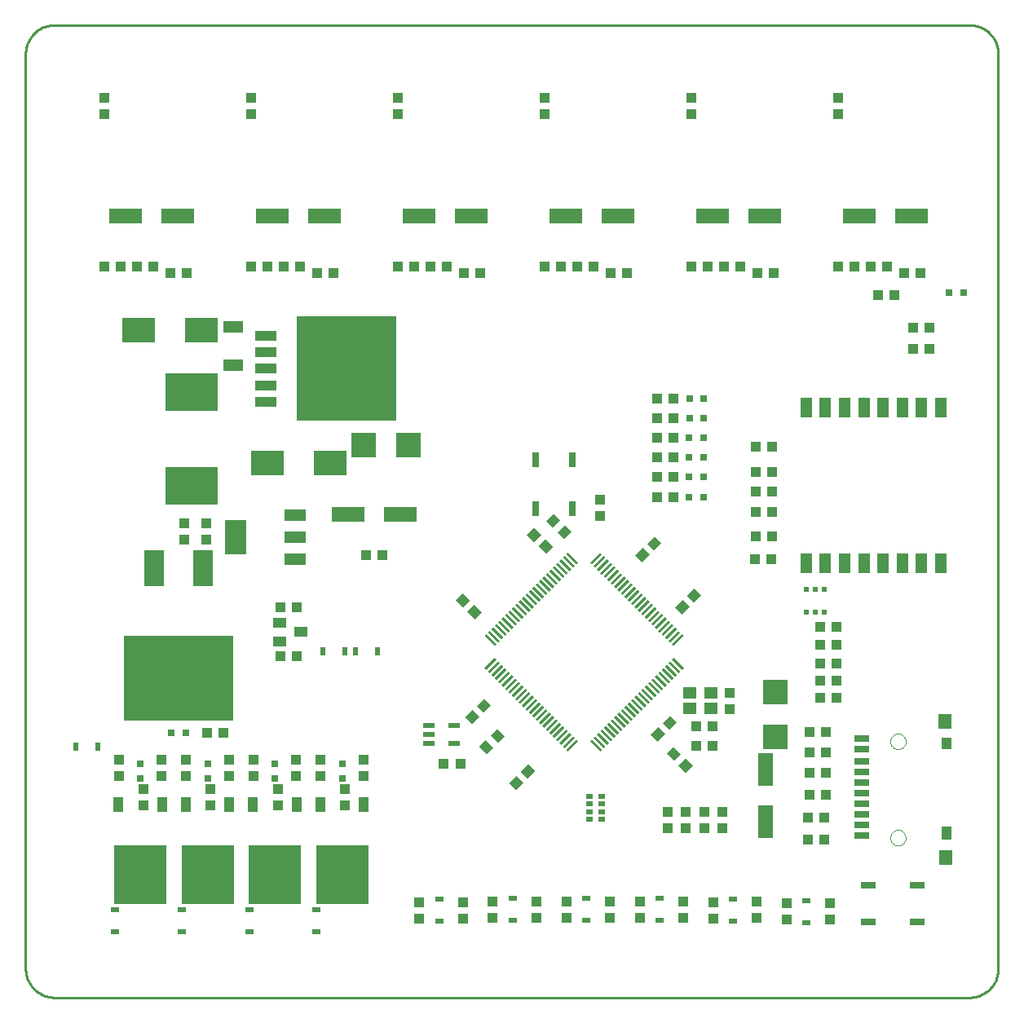
<source format=gtp>
G75*
G70*
%OFA0B0*%
%FSLAX24Y24*%
%IPPOS*%
%LPD*%
%AMOC8*
5,1,8,0,0,1.08239X$1,22.5*
%
%ADD10C,0.0100*%
%ADD11R,0.0106X0.0591*%
%ADD12R,0.0591X0.0106*%
%ADD13R,0.0551X0.0472*%
%ADD14R,0.0433X0.0394*%
%ADD15R,0.0394X0.0433*%
%ADD16R,0.0600X0.0300*%
%ADD17R,0.0315X0.0315*%
%ADD18R,0.0300X0.0600*%
%ADD19R,0.0197X0.0197*%
%ADD20R,0.0327X0.0248*%
%ADD21R,0.1000X0.1000*%
%ADD22R,0.4098X0.4252*%
%ADD23R,0.0850X0.0420*%
%ADD24R,0.2126X0.1575*%
%ADD25R,0.0827X0.0500*%
%ADD26R,0.0472X0.0787*%
%ADD27R,0.0531X0.0591*%
%ADD28R,0.0394X0.0551*%
%ADD29R,0.0394X0.0512*%
%ADD30R,0.0591X0.0295*%
%ADD31C,0.0000*%
%ADD32R,0.1378X0.0630*%
%ADD33R,0.0820X0.1500*%
%ADD34R,0.4500X0.3500*%
%ADD35R,0.2126X0.2441*%
%ADD36R,0.0394X0.0630*%
%ADD37R,0.0880X0.0480*%
%ADD38R,0.0866X0.1417*%
%ADD39R,0.0256X0.0197*%
%ADD40R,0.0551X0.0394*%
%ADD41R,0.0248X0.0327*%
%ADD42R,0.0472X0.0217*%
%ADD43R,0.0630X0.1378*%
%ADD44R,0.1378X0.0984*%
D10*
X002330Y001759D02*
X002330Y039160D01*
X002332Y039226D01*
X002337Y039292D01*
X002347Y039358D01*
X002360Y039423D01*
X002376Y039487D01*
X002396Y039550D01*
X002420Y039612D01*
X002447Y039672D01*
X002477Y039731D01*
X002511Y039788D01*
X002548Y039843D01*
X002588Y039896D01*
X002630Y039947D01*
X002676Y039995D01*
X002724Y040041D01*
X002775Y040083D01*
X002828Y040123D01*
X002883Y040160D01*
X002940Y040194D01*
X002999Y040224D01*
X003059Y040251D01*
X003121Y040275D01*
X003184Y040295D01*
X003248Y040311D01*
X003313Y040324D01*
X003379Y040334D01*
X003445Y040339D01*
X003511Y040341D01*
X040913Y040341D01*
X040979Y040339D01*
X041045Y040334D01*
X041111Y040324D01*
X041176Y040311D01*
X041240Y040295D01*
X041303Y040275D01*
X041365Y040251D01*
X041425Y040224D01*
X041484Y040194D01*
X041541Y040160D01*
X041596Y040123D01*
X041649Y040083D01*
X041700Y040041D01*
X041748Y039995D01*
X041794Y039947D01*
X041836Y039896D01*
X041876Y039843D01*
X041913Y039788D01*
X041947Y039731D01*
X041977Y039672D01*
X042004Y039612D01*
X042028Y039550D01*
X042048Y039487D01*
X042064Y039423D01*
X042077Y039358D01*
X042087Y039292D01*
X042092Y039226D01*
X042094Y039160D01*
X042094Y001759D01*
X042092Y001693D01*
X042087Y001627D01*
X042077Y001561D01*
X042064Y001496D01*
X042048Y001432D01*
X042028Y001369D01*
X042004Y001307D01*
X041977Y001247D01*
X041947Y001188D01*
X041913Y001131D01*
X041876Y001076D01*
X041836Y001023D01*
X041794Y000972D01*
X041748Y000924D01*
X041700Y000878D01*
X041649Y000836D01*
X041596Y000796D01*
X041541Y000759D01*
X041484Y000725D01*
X041425Y000695D01*
X041365Y000668D01*
X041303Y000644D01*
X041240Y000624D01*
X041176Y000608D01*
X041111Y000595D01*
X041045Y000585D01*
X040979Y000580D01*
X040913Y000578D01*
X003511Y000578D01*
X003445Y000580D01*
X003379Y000585D01*
X003313Y000595D01*
X003248Y000608D01*
X003184Y000624D01*
X003121Y000644D01*
X003059Y000668D01*
X002999Y000695D01*
X002940Y000725D01*
X002883Y000759D01*
X002828Y000796D01*
X002775Y000836D01*
X002724Y000878D01*
X002676Y000924D01*
X002630Y000972D01*
X002588Y001023D01*
X002548Y001076D01*
X002511Y001131D01*
X002477Y001188D01*
X002447Y001247D01*
X002420Y001307D01*
X002396Y001369D01*
X002376Y001432D01*
X002360Y001496D01*
X002347Y001561D01*
X002337Y001627D01*
X002332Y001693D01*
X002330Y001759D01*
D11*
G36*
X021583Y015023D02*
X021508Y014948D01*
X021091Y015365D01*
X021166Y015440D01*
X021583Y015023D01*
G37*
G36*
X021722Y015162D02*
X021647Y015087D01*
X021230Y015504D01*
X021305Y015579D01*
X021722Y015162D01*
G37*
G36*
X021861Y015301D02*
X021786Y015226D01*
X021369Y015643D01*
X021444Y015718D01*
X021861Y015301D01*
G37*
G36*
X022000Y015441D02*
X021925Y015366D01*
X021508Y015783D01*
X021583Y015858D01*
X022000Y015441D01*
G37*
G36*
X022140Y015580D02*
X022065Y015505D01*
X021648Y015922D01*
X021723Y015997D01*
X022140Y015580D01*
G37*
G36*
X022279Y015719D02*
X022204Y015644D01*
X021787Y016061D01*
X021862Y016136D01*
X022279Y015719D01*
G37*
G36*
X022418Y015858D02*
X022343Y015783D01*
X021926Y016200D01*
X022001Y016275D01*
X022418Y015858D01*
G37*
G36*
X022557Y015997D02*
X022482Y015922D01*
X022065Y016339D01*
X022140Y016414D01*
X022557Y015997D01*
G37*
G36*
X022696Y016137D02*
X022621Y016062D01*
X022204Y016479D01*
X022279Y016554D01*
X022696Y016137D01*
G37*
G36*
X022836Y016276D02*
X022761Y016201D01*
X022344Y016618D01*
X022419Y016693D01*
X022836Y016276D01*
G37*
G36*
X022975Y016415D02*
X022900Y016340D01*
X022483Y016757D01*
X022558Y016832D01*
X022975Y016415D01*
G37*
G36*
X023114Y016554D02*
X023039Y016479D01*
X022622Y016896D01*
X022697Y016971D01*
X023114Y016554D01*
G37*
G36*
X023253Y016693D02*
X023178Y016618D01*
X022761Y017035D01*
X022836Y017110D01*
X023253Y016693D01*
G37*
G36*
X023392Y016833D02*
X023317Y016758D01*
X022900Y017175D01*
X022975Y017250D01*
X023392Y016833D01*
G37*
G36*
X023532Y016972D02*
X023457Y016897D01*
X023040Y017314D01*
X023115Y017389D01*
X023532Y016972D01*
G37*
G36*
X023671Y017111D02*
X023596Y017036D01*
X023179Y017453D01*
X023254Y017528D01*
X023671Y017111D01*
G37*
G36*
X023810Y017250D02*
X023735Y017175D01*
X023318Y017592D01*
X023393Y017667D01*
X023810Y017250D01*
G37*
G36*
X023949Y017389D02*
X023874Y017314D01*
X023457Y017731D01*
X023532Y017806D01*
X023949Y017389D01*
G37*
G36*
X024088Y017529D02*
X024013Y017454D01*
X023596Y017871D01*
X023671Y017946D01*
X024088Y017529D01*
G37*
G36*
X024227Y017668D02*
X024152Y017593D01*
X023735Y018010D01*
X023810Y018085D01*
X024227Y017668D01*
G37*
G36*
X024367Y017807D02*
X024292Y017732D01*
X023875Y018149D01*
X023950Y018224D01*
X024367Y017807D01*
G37*
G36*
X024506Y017946D02*
X024431Y017871D01*
X024014Y018288D01*
X024089Y018363D01*
X024506Y017946D01*
G37*
G36*
X024645Y018085D02*
X024570Y018010D01*
X024153Y018427D01*
X024228Y018502D01*
X024645Y018085D01*
G37*
G36*
X024784Y018225D02*
X024709Y018150D01*
X024292Y018567D01*
X024367Y018642D01*
X024784Y018225D01*
G37*
G36*
X024923Y018364D02*
X024848Y018289D01*
X024431Y018706D01*
X024506Y018781D01*
X024923Y018364D01*
G37*
G36*
X029238Y014049D02*
X029163Y013974D01*
X028746Y014391D01*
X028821Y014466D01*
X029238Y014049D01*
G37*
G36*
X029099Y013910D02*
X029024Y013835D01*
X028607Y014252D01*
X028682Y014327D01*
X029099Y013910D01*
G37*
G36*
X028960Y013770D02*
X028885Y013695D01*
X028468Y014112D01*
X028543Y014187D01*
X028960Y013770D01*
G37*
G36*
X028821Y013631D02*
X028746Y013556D01*
X028329Y013973D01*
X028404Y014048D01*
X028821Y013631D01*
G37*
G36*
X028682Y013492D02*
X028607Y013417D01*
X028190Y013834D01*
X028265Y013909D01*
X028682Y013492D01*
G37*
G36*
X028543Y013353D02*
X028468Y013278D01*
X028051Y013695D01*
X028126Y013770D01*
X028543Y013353D01*
G37*
G36*
X028403Y013214D02*
X028328Y013139D01*
X027911Y013556D01*
X027986Y013631D01*
X028403Y013214D01*
G37*
G36*
X028264Y013074D02*
X028189Y012999D01*
X027772Y013416D01*
X027847Y013491D01*
X028264Y013074D01*
G37*
G36*
X028125Y012935D02*
X028050Y012860D01*
X027633Y013277D01*
X027708Y013352D01*
X028125Y012935D01*
G37*
G36*
X027986Y012796D02*
X027911Y012721D01*
X027494Y013138D01*
X027569Y013213D01*
X027986Y012796D01*
G37*
G36*
X027847Y012657D02*
X027772Y012582D01*
X027355Y012999D01*
X027430Y013074D01*
X027847Y012657D01*
G37*
G36*
X027707Y012518D02*
X027632Y012443D01*
X027215Y012860D01*
X027290Y012935D01*
X027707Y012518D01*
G37*
G36*
X027568Y012378D02*
X027493Y012303D01*
X027076Y012720D01*
X027151Y012795D01*
X027568Y012378D01*
G37*
G36*
X027429Y012239D02*
X027354Y012164D01*
X026937Y012581D01*
X027012Y012656D01*
X027429Y012239D01*
G37*
G36*
X027290Y012100D02*
X027215Y012025D01*
X026798Y012442D01*
X026873Y012517D01*
X027290Y012100D01*
G37*
G36*
X027151Y011961D02*
X027076Y011886D01*
X026659Y012303D01*
X026734Y012378D01*
X027151Y011961D01*
G37*
G36*
X027011Y011822D02*
X026936Y011747D01*
X026519Y012164D01*
X026594Y012239D01*
X027011Y011822D01*
G37*
G36*
X026872Y011682D02*
X026797Y011607D01*
X026380Y012024D01*
X026455Y012099D01*
X026872Y011682D01*
G37*
G36*
X026733Y011543D02*
X026658Y011468D01*
X026241Y011885D01*
X026316Y011960D01*
X026733Y011543D01*
G37*
G36*
X026594Y011404D02*
X026519Y011329D01*
X026102Y011746D01*
X026177Y011821D01*
X026594Y011404D01*
G37*
G36*
X026455Y011265D02*
X026380Y011190D01*
X025963Y011607D01*
X026038Y011682D01*
X026455Y011265D01*
G37*
G36*
X026315Y011126D02*
X026240Y011051D01*
X025823Y011468D01*
X025898Y011543D01*
X026315Y011126D01*
G37*
G36*
X026176Y010986D02*
X026101Y010911D01*
X025684Y011328D01*
X025759Y011403D01*
X026176Y010986D01*
G37*
G36*
X026037Y010847D02*
X025962Y010772D01*
X025545Y011189D01*
X025620Y011264D01*
X026037Y010847D01*
G37*
G36*
X025898Y010708D02*
X025823Y010633D01*
X025406Y011050D01*
X025481Y011125D01*
X025898Y010708D01*
G37*
D12*
G36*
X024923Y011050D02*
X024506Y010633D01*
X024431Y010708D01*
X024848Y011125D01*
X024923Y011050D01*
G37*
G36*
X024784Y011189D02*
X024367Y010772D01*
X024292Y010847D01*
X024709Y011264D01*
X024784Y011189D01*
G37*
G36*
X024645Y011328D02*
X024228Y010911D01*
X024153Y010986D01*
X024570Y011403D01*
X024645Y011328D01*
G37*
G36*
X024506Y011468D02*
X024089Y011051D01*
X024014Y011126D01*
X024431Y011543D01*
X024506Y011468D01*
G37*
G36*
X024367Y011607D02*
X023950Y011190D01*
X023875Y011265D01*
X024292Y011682D01*
X024367Y011607D01*
G37*
G36*
X024227Y011746D02*
X023810Y011329D01*
X023735Y011404D01*
X024152Y011821D01*
X024227Y011746D01*
G37*
G36*
X024088Y011885D02*
X023671Y011468D01*
X023596Y011543D01*
X024013Y011960D01*
X024088Y011885D01*
G37*
G36*
X023949Y012024D02*
X023532Y011607D01*
X023457Y011682D01*
X023874Y012099D01*
X023949Y012024D01*
G37*
G36*
X023810Y012164D02*
X023393Y011747D01*
X023318Y011822D01*
X023735Y012239D01*
X023810Y012164D01*
G37*
G36*
X023671Y012303D02*
X023254Y011886D01*
X023179Y011961D01*
X023596Y012378D01*
X023671Y012303D01*
G37*
G36*
X023532Y012442D02*
X023115Y012025D01*
X023040Y012100D01*
X023457Y012517D01*
X023532Y012442D01*
G37*
G36*
X023392Y012581D02*
X022975Y012164D01*
X022900Y012239D01*
X023317Y012656D01*
X023392Y012581D01*
G37*
G36*
X023253Y012720D02*
X022836Y012303D01*
X022761Y012378D01*
X023178Y012795D01*
X023253Y012720D01*
G37*
G36*
X023114Y012860D02*
X022697Y012443D01*
X022622Y012518D01*
X023039Y012935D01*
X023114Y012860D01*
G37*
G36*
X022975Y012999D02*
X022558Y012582D01*
X022483Y012657D01*
X022900Y013074D01*
X022975Y012999D01*
G37*
G36*
X022836Y013138D02*
X022419Y012721D01*
X022344Y012796D01*
X022761Y013213D01*
X022836Y013138D01*
G37*
G36*
X022696Y013277D02*
X022279Y012860D01*
X022204Y012935D01*
X022621Y013352D01*
X022696Y013277D01*
G37*
G36*
X022557Y013416D02*
X022140Y012999D01*
X022065Y013074D01*
X022482Y013491D01*
X022557Y013416D01*
G37*
G36*
X022418Y013556D02*
X022001Y013139D01*
X021926Y013214D01*
X022343Y013631D01*
X022418Y013556D01*
G37*
G36*
X022279Y013695D02*
X021862Y013278D01*
X021787Y013353D01*
X022204Y013770D01*
X022279Y013695D01*
G37*
G36*
X022140Y013834D02*
X021723Y013417D01*
X021648Y013492D01*
X022065Y013909D01*
X022140Y013834D01*
G37*
G36*
X022000Y013973D02*
X021583Y013556D01*
X021508Y013631D01*
X021925Y014048D01*
X022000Y013973D01*
G37*
G36*
X021861Y014112D02*
X021444Y013695D01*
X021369Y013770D01*
X021786Y014187D01*
X021861Y014112D01*
G37*
G36*
X021722Y014252D02*
X021305Y013835D01*
X021230Y013910D01*
X021647Y014327D01*
X021722Y014252D01*
G37*
G36*
X021583Y014391D02*
X021166Y013974D01*
X021091Y014049D01*
X021508Y014466D01*
X021583Y014391D01*
G37*
G36*
X025898Y018706D02*
X025481Y018289D01*
X025406Y018364D01*
X025823Y018781D01*
X025898Y018706D01*
G37*
G36*
X026037Y018567D02*
X025620Y018150D01*
X025545Y018225D01*
X025962Y018642D01*
X026037Y018567D01*
G37*
G36*
X026176Y018427D02*
X025759Y018010D01*
X025684Y018085D01*
X026101Y018502D01*
X026176Y018427D01*
G37*
G36*
X026315Y018288D02*
X025898Y017871D01*
X025823Y017946D01*
X026240Y018363D01*
X026315Y018288D01*
G37*
G36*
X026455Y018149D02*
X026038Y017732D01*
X025963Y017807D01*
X026380Y018224D01*
X026455Y018149D01*
G37*
G36*
X026594Y018010D02*
X026177Y017593D01*
X026102Y017668D01*
X026519Y018085D01*
X026594Y018010D01*
G37*
G36*
X026733Y017871D02*
X026316Y017454D01*
X026241Y017529D01*
X026658Y017946D01*
X026733Y017871D01*
G37*
G36*
X026872Y017731D02*
X026455Y017314D01*
X026380Y017389D01*
X026797Y017806D01*
X026872Y017731D01*
G37*
G36*
X027011Y017592D02*
X026594Y017175D01*
X026519Y017250D01*
X026936Y017667D01*
X027011Y017592D01*
G37*
G36*
X027151Y017453D02*
X026734Y017036D01*
X026659Y017111D01*
X027076Y017528D01*
X027151Y017453D01*
G37*
G36*
X027290Y017314D02*
X026873Y016897D01*
X026798Y016972D01*
X027215Y017389D01*
X027290Y017314D01*
G37*
G36*
X027429Y017175D02*
X027012Y016758D01*
X026937Y016833D01*
X027354Y017250D01*
X027429Y017175D01*
G37*
G36*
X027568Y017035D02*
X027151Y016618D01*
X027076Y016693D01*
X027493Y017110D01*
X027568Y017035D01*
G37*
G36*
X027707Y016896D02*
X027290Y016479D01*
X027215Y016554D01*
X027632Y016971D01*
X027707Y016896D01*
G37*
G36*
X027847Y016757D02*
X027430Y016340D01*
X027355Y016415D01*
X027772Y016832D01*
X027847Y016757D01*
G37*
G36*
X027986Y016618D02*
X027569Y016201D01*
X027494Y016276D01*
X027911Y016693D01*
X027986Y016618D01*
G37*
G36*
X028125Y016479D02*
X027708Y016062D01*
X027633Y016137D01*
X028050Y016554D01*
X028125Y016479D01*
G37*
G36*
X028264Y016339D02*
X027847Y015922D01*
X027772Y015997D01*
X028189Y016414D01*
X028264Y016339D01*
G37*
G36*
X028403Y016200D02*
X027986Y015783D01*
X027911Y015858D01*
X028328Y016275D01*
X028403Y016200D01*
G37*
G36*
X028543Y016061D02*
X028126Y015644D01*
X028051Y015719D01*
X028468Y016136D01*
X028543Y016061D01*
G37*
G36*
X028682Y015922D02*
X028265Y015505D01*
X028190Y015580D01*
X028607Y015997D01*
X028682Y015922D01*
G37*
G36*
X028821Y015783D02*
X028404Y015366D01*
X028329Y015441D01*
X028746Y015858D01*
X028821Y015783D01*
G37*
G36*
X028960Y015643D02*
X028543Y015226D01*
X028468Y015301D01*
X028885Y015718D01*
X028960Y015643D01*
G37*
G36*
X029099Y015504D02*
X028682Y015087D01*
X028607Y015162D01*
X029024Y015579D01*
X029099Y015504D01*
G37*
G36*
X029238Y015365D02*
X028821Y014948D01*
X028746Y015023D01*
X029163Y015440D01*
X029238Y015365D01*
G37*
D13*
X029482Y013022D03*
X029482Y012392D03*
X030348Y012392D03*
X030348Y013022D03*
D14*
X030409Y011657D03*
X029740Y011657D03*
X029736Y010861D03*
X030406Y010861D03*
G36*
X029327Y009774D02*
X029022Y010079D01*
X029301Y010358D01*
X029606Y010053D01*
X029327Y009774D01*
G37*
G36*
X028854Y010247D02*
X028549Y010552D01*
X028828Y010831D01*
X029133Y010526D01*
X028854Y010247D01*
G37*
G36*
X028478Y011349D02*
X028173Y011044D01*
X027894Y011323D01*
X028199Y011628D01*
X028478Y011349D01*
G37*
G36*
X028952Y011823D02*
X028647Y011518D01*
X028368Y011797D01*
X028673Y012102D01*
X028952Y011823D01*
G37*
G36*
X029477Y016549D02*
X029172Y016244D01*
X028893Y016523D01*
X029198Y016828D01*
X029477Y016549D01*
G37*
G36*
X029950Y017022D02*
X029645Y016717D01*
X029366Y016996D01*
X029671Y017301D01*
X029950Y017022D01*
G37*
G36*
X027734Y019131D02*
X028039Y019436D01*
X028318Y019157D01*
X028013Y018852D01*
X027734Y019131D01*
G37*
G36*
X027261Y018657D02*
X027566Y018962D01*
X027845Y018683D01*
X027540Y018378D01*
X027261Y018657D01*
G37*
G36*
X023606Y018734D02*
X023301Y019039D01*
X023580Y019318D01*
X023885Y019013D01*
X023606Y018734D01*
G37*
G36*
X023133Y019207D02*
X022828Y019512D01*
X023107Y019791D01*
X023412Y019486D01*
X023133Y019207D01*
G37*
G36*
X020669Y016628D02*
X020974Y016323D01*
X020695Y016044D01*
X020390Y016349D01*
X020669Y016628D01*
G37*
G36*
X020196Y017101D02*
X020501Y016796D01*
X020222Y016517D01*
X019917Y016822D01*
X020196Y017101D01*
G37*
X016920Y018658D03*
X016251Y018658D03*
X009705Y019305D03*
X009705Y019975D03*
X008830Y019975D03*
X008830Y019305D03*
X008893Y010287D03*
X008893Y009618D03*
X009893Y009100D03*
X010643Y009618D03*
X010643Y010287D03*
X011643Y010287D03*
X011643Y009618D03*
X012643Y009100D03*
X012643Y008430D03*
X013393Y009618D03*
X013393Y010287D03*
X014393Y010287D03*
X014393Y009618D03*
X015393Y009100D03*
X015393Y008430D03*
X016143Y009618D03*
X016143Y010287D03*
X019433Y010140D03*
X020102Y010140D03*
G36*
X020297Y012029D02*
X020602Y012334D01*
X020881Y012055D01*
X020576Y011750D01*
X020297Y012029D01*
G37*
G36*
X020770Y012502D02*
X021075Y012807D01*
X021354Y012528D01*
X021049Y012223D01*
X020770Y012502D01*
G37*
G36*
X022571Y009810D02*
X022876Y010115D01*
X023155Y009836D01*
X022850Y009531D01*
X022571Y009810D01*
G37*
G36*
X022098Y009337D02*
X022403Y009642D01*
X022682Y009363D01*
X022377Y009058D01*
X022098Y009337D01*
G37*
X023209Y004507D03*
X023209Y003837D03*
X026209Y003819D03*
X026209Y004488D03*
X029201Y004486D03*
X029201Y003817D03*
X032201Y003839D03*
X032201Y004508D03*
X035201Y004421D03*
X035201Y003751D03*
X035049Y008871D03*
X034379Y008871D03*
X034392Y009759D03*
X035062Y009759D03*
X034807Y013536D03*
X035476Y013536D03*
X035496Y015735D03*
X034826Y015735D03*
X032858Y023094D03*
X032188Y023094D03*
X038620Y027969D03*
X039290Y027969D03*
X036227Y030453D03*
X035558Y030453D03*
X030227Y030453D03*
X029558Y030453D03*
X024227Y030453D03*
X023558Y030453D03*
X018227Y030453D03*
X017558Y030453D03*
X012227Y030453D03*
X011558Y030453D03*
X006227Y030453D03*
X005558Y030453D03*
X006143Y010287D03*
X006143Y009618D03*
X007143Y009100D03*
X007893Y009618D03*
X007893Y010287D03*
X007143Y008430D03*
X009893Y008430D03*
X020201Y004461D03*
X020201Y003792D03*
D15*
X021409Y003841D03*
X021409Y004511D03*
X018409Y004461D03*
X018409Y003791D03*
X024459Y003833D03*
X024459Y004502D03*
X027459Y004509D03*
X027459Y003840D03*
X030459Y003810D03*
X030459Y004479D03*
X033459Y004427D03*
X033459Y003758D03*
X034323Y007032D03*
X034992Y007032D03*
X034993Y007915D03*
X034324Y007915D03*
X034386Y010602D03*
X035055Y010602D03*
X035055Y011420D03*
X034386Y011420D03*
X034807Y012832D03*
X035476Y012832D03*
X035476Y014239D03*
X034807Y014239D03*
X034807Y014983D03*
X035476Y014983D03*
X032818Y018512D03*
X032149Y018512D03*
X032169Y019437D03*
X032838Y019437D03*
X032838Y020441D03*
X032169Y020441D03*
X032173Y021259D03*
X032843Y021259D03*
X032858Y022072D03*
X032188Y022072D03*
X028821Y021852D03*
X028152Y021852D03*
X028152Y022664D03*
X028821Y022664D03*
X028821Y023471D03*
X028152Y023471D03*
X028151Y024276D03*
X028820Y024276D03*
X028820Y025078D03*
X028151Y025078D03*
X028152Y021033D03*
X028821Y021033D03*
X025803Y020944D03*
X025803Y020275D03*
G36*
X024378Y019894D02*
X024657Y019615D01*
X024352Y019310D01*
X024073Y019589D01*
X024378Y019894D01*
G37*
G36*
X023905Y020367D02*
X024184Y020088D01*
X023879Y019783D01*
X023600Y020062D01*
X023905Y020367D01*
G37*
X031115Y013042D03*
X031115Y012372D03*
X030830Y008162D03*
X030830Y007493D03*
X030080Y007493D03*
X029330Y007493D03*
X029330Y008162D03*
X030080Y008162D03*
X028580Y008162D03*
X028580Y007493D03*
G36*
X021921Y011270D02*
X021642Y010991D01*
X021337Y011296D01*
X021616Y011575D01*
X021921Y011270D01*
G37*
G36*
X021448Y010797D02*
X021169Y010518D01*
X020864Y010823D01*
X021143Y011102D01*
X021448Y010797D01*
G37*
X013415Y014515D03*
X012745Y014515D03*
X012745Y016515D03*
X013415Y016515D03*
X010415Y011390D03*
X009745Y011390D03*
X008915Y030203D03*
X008245Y030203D03*
X007540Y030453D03*
X006870Y030453D03*
X012870Y030453D03*
X013540Y030453D03*
X014245Y030203D03*
X014915Y030203D03*
X018870Y030453D03*
X019540Y030453D03*
X020245Y030203D03*
X020915Y030203D03*
X024870Y030453D03*
X025540Y030453D03*
X026245Y030203D03*
X026915Y030203D03*
X030870Y030453D03*
X031540Y030453D03*
X032245Y030203D03*
X032915Y030203D03*
X036870Y030453D03*
X037540Y030453D03*
X038245Y030203D03*
X038915Y030203D03*
X037852Y029296D03*
X037183Y029296D03*
X038625Y027097D03*
X039295Y027097D03*
X035561Y036699D03*
X035561Y037368D03*
X029561Y037362D03*
X029561Y036693D03*
X023561Y036693D03*
X023561Y037362D03*
X017561Y037362D03*
X017561Y036693D03*
X011549Y036693D03*
X011549Y037362D03*
X005561Y037362D03*
X005561Y036693D03*
D16*
X036779Y005151D03*
X036779Y003651D03*
X038779Y003651D03*
X038779Y005151D03*
D17*
X030057Y021033D03*
X029466Y021033D03*
X029466Y021852D03*
X030057Y021852D03*
X030057Y022664D03*
X029466Y022664D03*
X029466Y023471D03*
X030057Y023471D03*
X030060Y024276D03*
X029470Y024276D03*
X029470Y025078D03*
X030060Y025078D03*
X040097Y029390D03*
X040688Y029390D03*
X015268Y010123D03*
X015268Y009532D03*
X012518Y009532D03*
X012518Y010123D03*
X009768Y010123D03*
X009768Y009532D03*
X008875Y011390D03*
X008285Y011390D03*
X007018Y010123D03*
X007018Y009532D03*
D18*
X023198Y020562D03*
X024698Y020562D03*
X024698Y022562D03*
X023198Y022562D03*
D19*
X034247Y017264D03*
X034621Y017264D03*
X034995Y017264D03*
X034995Y016319D03*
X034621Y016319D03*
X034247Y016319D03*
D20*
X034260Y004537D03*
X034260Y003631D03*
X031260Y003693D03*
X031260Y004599D03*
X028260Y004627D03*
X028260Y003721D03*
X025260Y003715D03*
X025260Y004620D03*
X022260Y004640D03*
X022260Y003735D03*
X019260Y003692D03*
X019260Y004598D03*
X014230Y004180D03*
X014230Y003275D03*
X011480Y003275D03*
X011480Y004180D03*
X008730Y004180D03*
X008730Y003275D03*
X005980Y003275D03*
X005980Y004180D03*
D21*
X016134Y023160D03*
X017984Y023160D03*
X032999Y013073D03*
X032999Y011223D03*
D22*
X015444Y026282D03*
D23*
X012164Y026282D03*
X012164Y026952D03*
X012164Y027622D03*
X012164Y025612D03*
X012164Y024942D03*
D24*
X009102Y025344D03*
X009102Y021485D03*
D25*
X010830Y026423D03*
X010830Y027982D03*
D26*
X034241Y024697D03*
X035029Y024697D03*
X035816Y024697D03*
X036604Y024697D03*
X037391Y024697D03*
X038178Y024697D03*
X038966Y024697D03*
X039753Y024697D03*
X039753Y018319D03*
X038966Y018319D03*
X038178Y018319D03*
X037391Y018319D03*
X036604Y018319D03*
X035816Y018319D03*
X035029Y018319D03*
X034241Y018319D03*
D27*
X039928Y011862D03*
X039948Y006292D03*
D28*
X039987Y007286D03*
D29*
X039987Y010957D03*
D30*
X036533Y011173D03*
X036533Y010740D03*
X036533Y010229D03*
X036533Y009796D03*
X036533Y009362D03*
X036533Y008929D03*
X036533Y008496D03*
X036533Y008063D03*
X036533Y007630D03*
X036533Y007197D03*
D31*
X037684Y007109D02*
X037686Y007144D01*
X037692Y007179D01*
X037702Y007213D01*
X037715Y007246D01*
X037732Y007277D01*
X037753Y007305D01*
X037776Y007332D01*
X037803Y007355D01*
X037831Y007376D01*
X037862Y007393D01*
X037895Y007406D01*
X037929Y007416D01*
X037964Y007422D01*
X037999Y007424D01*
X038034Y007422D01*
X038069Y007416D01*
X038103Y007406D01*
X038136Y007393D01*
X038167Y007376D01*
X038195Y007355D01*
X038222Y007332D01*
X038245Y007305D01*
X038266Y007277D01*
X038283Y007246D01*
X038296Y007213D01*
X038306Y007179D01*
X038312Y007144D01*
X038314Y007109D01*
X038312Y007074D01*
X038306Y007039D01*
X038296Y007005D01*
X038283Y006972D01*
X038266Y006941D01*
X038245Y006913D01*
X038222Y006886D01*
X038195Y006863D01*
X038167Y006842D01*
X038136Y006825D01*
X038103Y006812D01*
X038069Y006802D01*
X038034Y006796D01*
X037999Y006794D01*
X037964Y006796D01*
X037929Y006802D01*
X037895Y006812D01*
X037862Y006825D01*
X037831Y006842D01*
X037803Y006863D01*
X037776Y006886D01*
X037753Y006913D01*
X037732Y006941D01*
X037715Y006972D01*
X037702Y007005D01*
X037692Y007039D01*
X037686Y007074D01*
X037684Y007109D01*
X037684Y011046D02*
X037686Y011081D01*
X037692Y011116D01*
X037702Y011150D01*
X037715Y011183D01*
X037732Y011214D01*
X037753Y011242D01*
X037776Y011269D01*
X037803Y011292D01*
X037831Y011313D01*
X037862Y011330D01*
X037895Y011343D01*
X037929Y011353D01*
X037964Y011359D01*
X037999Y011361D01*
X038034Y011359D01*
X038069Y011353D01*
X038103Y011343D01*
X038136Y011330D01*
X038167Y011313D01*
X038195Y011292D01*
X038222Y011269D01*
X038245Y011242D01*
X038266Y011214D01*
X038283Y011183D01*
X038296Y011150D01*
X038306Y011116D01*
X038312Y011081D01*
X038314Y011046D01*
X038312Y011011D01*
X038306Y010976D01*
X038296Y010942D01*
X038283Y010909D01*
X038266Y010878D01*
X038245Y010850D01*
X038222Y010823D01*
X038195Y010800D01*
X038167Y010779D01*
X038136Y010762D01*
X038103Y010749D01*
X038069Y010739D01*
X038034Y010733D01*
X037999Y010731D01*
X037964Y010733D01*
X037929Y010739D01*
X037895Y010749D01*
X037862Y010762D01*
X037831Y010779D01*
X037803Y010800D01*
X037776Y010823D01*
X037753Y010850D01*
X037732Y010878D01*
X037715Y010909D01*
X037702Y010942D01*
X037692Y010976D01*
X037686Y011011D01*
X037684Y011046D01*
D32*
X017643Y020328D03*
X015517Y020328D03*
X014549Y032515D03*
X012423Y032515D03*
X008549Y032515D03*
X006423Y032515D03*
X018423Y032515D03*
X020549Y032515D03*
X024423Y032515D03*
X026549Y032515D03*
X030423Y032515D03*
X032549Y032515D03*
X036423Y032515D03*
X038549Y032515D03*
D33*
X009580Y018140D03*
X007580Y018140D03*
D34*
X008580Y013640D03*
D35*
X009768Y005593D03*
X012518Y005593D03*
X015268Y005593D03*
X007018Y005593D03*
D36*
X007915Y008467D03*
X008870Y008467D03*
X010665Y008467D03*
X011620Y008467D03*
X013415Y008467D03*
X014370Y008467D03*
X016165Y008467D03*
X006120Y008467D03*
D37*
X013363Y018484D03*
X013363Y019394D03*
X013363Y020304D03*
D38*
X010922Y019394D03*
D39*
X025396Y008800D03*
X025396Y008485D03*
X025396Y008170D03*
X025396Y007855D03*
X025889Y007855D03*
X025889Y008170D03*
X025889Y008485D03*
X025889Y008800D03*
D40*
X013576Y015515D03*
X012709Y015141D03*
X012709Y015889D03*
D41*
X014477Y014728D03*
X015383Y014728D03*
X015827Y014728D03*
X016733Y014728D03*
X005283Y010840D03*
X004377Y010840D03*
D42*
X018818Y010953D03*
X018818Y011328D03*
X018818Y011702D03*
X019842Y011702D03*
X019842Y010953D03*
D43*
X032580Y009890D03*
X032580Y007765D03*
D44*
X014790Y022428D03*
X012230Y022428D03*
X009510Y027878D03*
X006950Y027878D03*
M02*

</source>
